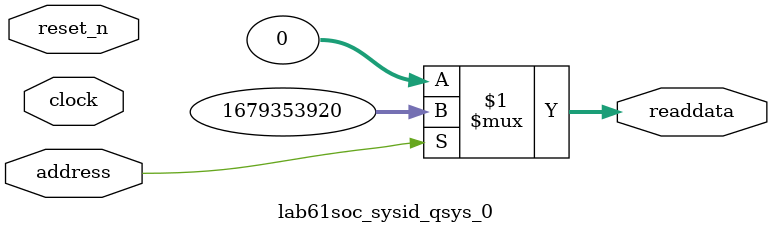
<source format=v>



// synthesis translate_off
`timescale 1ns / 1ps
// synthesis translate_on

// turn off superfluous verilog processor warnings 
// altera message_level Level1 
// altera message_off 10034 10035 10036 10037 10230 10240 10030 

module lab61soc_sysid_qsys_0 (
               // inputs:
                address,
                clock,
                reset_n,

               // outputs:
                readdata
             )
;

  output  [ 31: 0] readdata;
  input            address;
  input            clock;
  input            reset_n;

  wire    [ 31: 0] readdata;
  //control_slave, which is an e_avalon_slave
  assign readdata = address ? 1679353920 : 0;

endmodule



</source>
